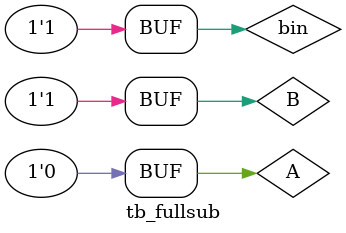
<source format=v>
module fullsub(
    output dif, bout,
    input A, B, bin
    );
    
    wire w1, w2, w3;
    xor(w1, A, B);
    xor (dif, w1, bin); 
    and (w2, ~w1, bin);
    and (w3, ~A, B);
    or (bout, w2, w3);
    
endmodule

module tb_fullsub();
    wire dif,bout;
    reg A, B, bin;
    
    fullsub SUT(.dif(dif), .bout(bout), .A(A), .B(B), .bin(bin));
    
    parameter PERIOD = 10;
    
    initial begin
        bin=1'b0; A=1; B=0; #PERIOD;
        bin=1'b0; A=0; B=0; #PERIOD;
        bin=1'b0; A=1; B=1; #PERIOD;
        bin=1'b1; A=0; B=1; #PERIOD;
    
    end

endmodule

</source>
